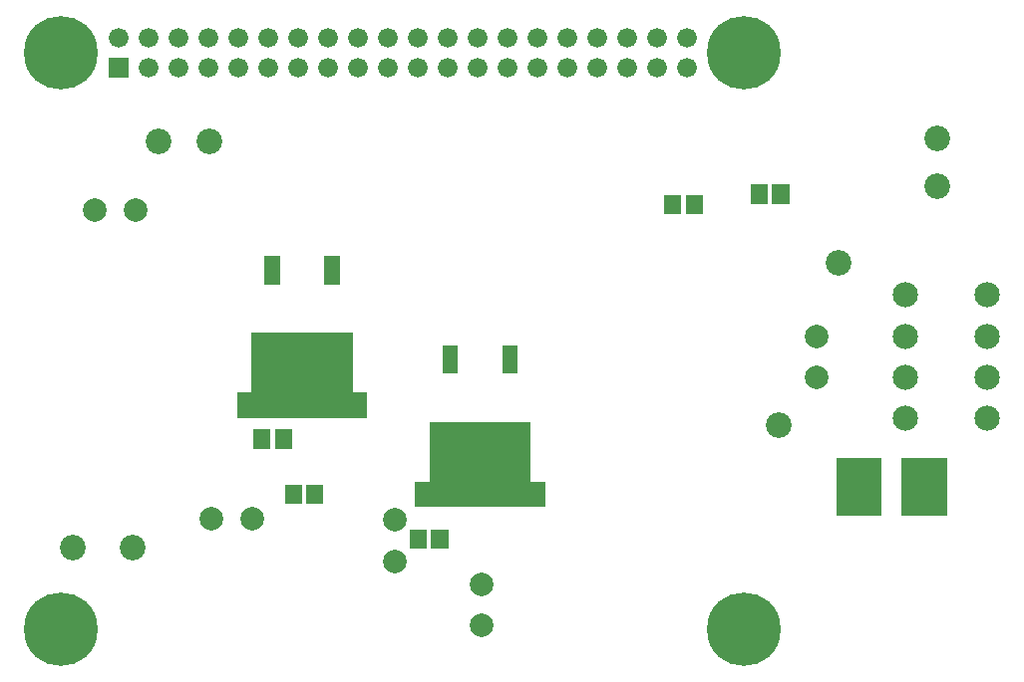
<source format=gbr>
G04 start of page 8 for group -4062 idx -4062 *
G04 Title: RspPiPS, soldermask *
G04 Creator: pcb 4.2.0 *
G04 CreationDate: Mon Jan 27 09:10:50 2020 UTC *
G04 For: brian *
G04 Format: Gerber/RS-274X *
G04 PCB-Dimensions (mil): 10000.00 10000.00 *
G04 PCB-Coordinate-Origin: lower left *
%MOIN*%
%FSLAX25Y25*%
%LNBOTTOMMASK*%
%ADD85C,0.0660*%
%ADD84C,0.0001*%
%ADD83C,0.0787*%
%ADD82C,0.0860*%
%ADD81C,0.0846*%
%ADD80C,0.2461*%
G54D80*X383858Y761811D03*
Y568898D03*
G54D81*X437610Y639323D03*
G54D82*X395500Y637000D03*
G54D81*X465169Y639323D03*
X437610Y653102D03*
G54D83*X408000Y653110D03*
G54D81*X465169Y653102D03*
Y666882D03*
Y680661D03*
G54D82*X448500Y717000D03*
Y733000D03*
G54D81*X437610Y666882D03*
Y680661D03*
G54D83*X408000Y666890D03*
G54D82*X415500Y691500D03*
G54D80*X155512Y761811D03*
G54D84*G36*
X171400Y760100D02*Y753500D01*
X178000D01*
Y760100D01*
X171400D01*
G37*
G54D85*X174700Y766800D03*
X184700Y756800D03*
Y766800D03*
X194700Y756800D03*
G54D82*X205000Y732000D03*
X188000D03*
G54D85*X194700Y766800D03*
X204700Y756800D03*
X214700D03*
X224700D03*
X204700Y766800D03*
X214700D03*
X224700D03*
X234700D03*
X244700D03*
X254700D03*
G54D83*X180535Y709276D03*
X166756D03*
G54D85*X234700Y756800D03*
X244700D03*
X254700D03*
X264700D03*
Y766800D03*
X274700Y756800D03*
Y766800D03*
X284700D03*
X294700D03*
X284700Y756800D03*
X294700D03*
X304700D03*
Y766800D03*
X314700D03*
X324700D03*
X334700D03*
X314700Y756800D03*
X324700D03*
X334700D03*
X344700D03*
Y766800D03*
X354700D03*
X364700D03*
X354700Y756800D03*
X364700D03*
G54D83*X219425Y605799D03*
X205646D03*
X267000Y605390D03*
Y591610D03*
G54D80*X155512Y568898D03*
G54D83*X295949Y583768D03*
Y569988D03*
G54D82*X159500Y596000D03*
X179500D03*
G54D84*G36*
X451550Y626050D02*X436450D01*
Y606950D01*
X451550D01*
Y626050D01*
G37*
G36*
X429750D02*X414650D01*
Y606950D01*
X429750D01*
Y626050D01*
G37*
G36*
X225536Y635806D02*X219818D01*
Y629302D01*
X225536D01*
Y635806D01*
G37*
G36*
X232622D02*X226904D01*
Y629302D01*
X232622D01*
Y635806D01*
G37*
G36*
X219100Y668100D02*Y646100D01*
X252900D01*
Y668100D01*
X219100D01*
G37*
G36*
X214250Y648100D02*Y639600D01*
X257750D01*
Y648100D01*
X214250D01*
G37*
G36*
X243182Y617299D02*X237464D01*
Y610795D01*
X243182D01*
Y617299D01*
G37*
G36*
X236096D02*X230378D01*
Y610795D01*
X236096D01*
Y617299D01*
G37*
G36*
X308143Y663974D02*X302943D01*
Y654474D01*
X308143D01*
Y663974D01*
G37*
G36*
X288143D02*X282943D01*
Y654474D01*
X288143D01*
Y663974D01*
G37*
G36*
X369945Y714252D02*X364227D01*
Y707748D01*
X369945D01*
Y714252D01*
G37*
G36*
X362859D02*X357141D01*
Y707748D01*
X362859D01*
Y714252D01*
G37*
G36*
X278643Y638299D02*Y616299D01*
X312443D01*
Y638299D01*
X278643D01*
G37*
G36*
X273793Y618299D02*Y609799D01*
X317293D01*
Y618299D01*
X273793D01*
G37*
G36*
X284902Y602252D02*X279184D01*
Y595748D01*
X284902D01*
Y602252D01*
G37*
G36*
X277816D02*X272098D01*
Y595748D01*
X277816D01*
Y602252D01*
G37*
G36*
X398902Y717752D02*X393184D01*
Y711248D01*
X398902D01*
Y717752D01*
G37*
G36*
X391816D02*X386098D01*
Y711248D01*
X391816D01*
Y717752D01*
G37*
G36*
X228600Y693775D02*X223400D01*
Y684275D01*
X228600D01*
Y693775D01*
G37*
G36*
X248600D02*X243400D01*
Y684275D01*
X248600D01*
Y693775D01*
G37*
M02*

</source>
